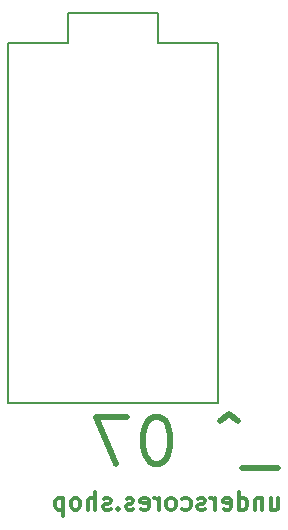
<source format=gbr>
G04 #@! TF.GenerationSoftware,KiCad,Pcbnew,(5.1.4-0-10_14)*
G04 #@! TF.CreationDate,2021-06-29T18:32:42+12:00*
G04 #@! TF.ProjectId,recur_control,72656375-725f-4636-9f6e-74726f6c2e6b,rev?*
G04 #@! TF.SameCoordinates,Original*
G04 #@! TF.FileFunction,Legend,Bot*
G04 #@! TF.FilePolarity,Positive*
%FSLAX46Y46*%
G04 Gerber Fmt 4.6, Leading zero omitted, Abs format (unit mm)*
G04 Created by KiCad (PCBNEW (5.1.4-0-10_14)) date 2021-06-29 18:32:42*
%MOMM*%
%LPD*%
G04 APERTURE LIST*
%ADD10C,0.500000*%
%ADD11C,0.300000*%
%ADD12C,0.150000*%
G04 APERTURE END LIST*
D10*
X202800000Y-86390476D02*
X199752380Y-86390476D01*
X199371428Y-82390476D02*
X198609523Y-81819047D01*
X197847619Y-82390476D01*
X192704761Y-82009523D02*
X192323809Y-82009523D01*
X191942857Y-82200000D01*
X191752380Y-82390476D01*
X191561904Y-82771428D01*
X191371428Y-83533333D01*
X191371428Y-84485714D01*
X191561904Y-85247619D01*
X191752380Y-85628571D01*
X191942857Y-85819047D01*
X192323809Y-86009523D01*
X192704761Y-86009523D01*
X193085714Y-85819047D01*
X193276190Y-85628571D01*
X193466666Y-85247619D01*
X193657142Y-84485714D01*
X193657142Y-83533333D01*
X193466666Y-82771428D01*
X193276190Y-82390476D01*
X193085714Y-82200000D01*
X192704761Y-82009523D01*
X190038095Y-82009523D02*
X187371428Y-82009523D01*
X189085714Y-86009523D01*
D11*
X202185714Y-88878571D02*
X202185714Y-89878571D01*
X202828571Y-88878571D02*
X202828571Y-89664285D01*
X202757142Y-89807142D01*
X202614285Y-89878571D01*
X202400000Y-89878571D01*
X202257142Y-89807142D01*
X202185714Y-89735714D01*
X201471428Y-88878571D02*
X201471428Y-89878571D01*
X201471428Y-89021428D02*
X201400000Y-88950000D01*
X201257142Y-88878571D01*
X201042857Y-88878571D01*
X200900000Y-88950000D01*
X200828571Y-89092857D01*
X200828571Y-89878571D01*
X199471428Y-89878571D02*
X199471428Y-88378571D01*
X199471428Y-89807142D02*
X199614285Y-89878571D01*
X199900000Y-89878571D01*
X200042857Y-89807142D01*
X200114285Y-89735714D01*
X200185714Y-89592857D01*
X200185714Y-89164285D01*
X200114285Y-89021428D01*
X200042857Y-88950000D01*
X199900000Y-88878571D01*
X199614285Y-88878571D01*
X199471428Y-88950000D01*
X198185714Y-89807142D02*
X198328571Y-89878571D01*
X198614285Y-89878571D01*
X198757142Y-89807142D01*
X198828571Y-89664285D01*
X198828571Y-89092857D01*
X198757142Y-88950000D01*
X198614285Y-88878571D01*
X198328571Y-88878571D01*
X198185714Y-88950000D01*
X198114285Y-89092857D01*
X198114285Y-89235714D01*
X198828571Y-89378571D01*
X197471428Y-89878571D02*
X197471428Y-88878571D01*
X197471428Y-89164285D02*
X197400000Y-89021428D01*
X197328571Y-88950000D01*
X197185714Y-88878571D01*
X197042857Y-88878571D01*
X196614285Y-89807142D02*
X196471428Y-89878571D01*
X196185714Y-89878571D01*
X196042857Y-89807142D01*
X195971428Y-89664285D01*
X195971428Y-89592857D01*
X196042857Y-89450000D01*
X196185714Y-89378571D01*
X196400000Y-89378571D01*
X196542857Y-89307142D01*
X196614285Y-89164285D01*
X196614285Y-89092857D01*
X196542857Y-88950000D01*
X196400000Y-88878571D01*
X196185714Y-88878571D01*
X196042857Y-88950000D01*
X194685714Y-89807142D02*
X194828571Y-89878571D01*
X195114285Y-89878571D01*
X195257142Y-89807142D01*
X195328571Y-89735714D01*
X195400000Y-89592857D01*
X195400000Y-89164285D01*
X195328571Y-89021428D01*
X195257142Y-88950000D01*
X195114285Y-88878571D01*
X194828571Y-88878571D01*
X194685714Y-88950000D01*
X193828571Y-89878571D02*
X193971428Y-89807142D01*
X194042857Y-89735714D01*
X194114285Y-89592857D01*
X194114285Y-89164285D01*
X194042857Y-89021428D01*
X193971428Y-88950000D01*
X193828571Y-88878571D01*
X193614285Y-88878571D01*
X193471428Y-88950000D01*
X193400000Y-89021428D01*
X193328571Y-89164285D01*
X193328571Y-89592857D01*
X193400000Y-89735714D01*
X193471428Y-89807142D01*
X193614285Y-89878571D01*
X193828571Y-89878571D01*
X192685714Y-89878571D02*
X192685714Y-88878571D01*
X192685714Y-89164285D02*
X192614285Y-89021428D01*
X192542857Y-88950000D01*
X192400000Y-88878571D01*
X192257142Y-88878571D01*
X191185714Y-89807142D02*
X191328571Y-89878571D01*
X191614285Y-89878571D01*
X191757142Y-89807142D01*
X191828571Y-89664285D01*
X191828571Y-89092857D01*
X191757142Y-88950000D01*
X191614285Y-88878571D01*
X191328571Y-88878571D01*
X191185714Y-88950000D01*
X191114285Y-89092857D01*
X191114285Y-89235714D01*
X191828571Y-89378571D01*
X190542857Y-89807142D02*
X190400000Y-89878571D01*
X190114285Y-89878571D01*
X189971428Y-89807142D01*
X189900000Y-89664285D01*
X189900000Y-89592857D01*
X189971428Y-89450000D01*
X190114285Y-89378571D01*
X190328571Y-89378571D01*
X190471428Y-89307142D01*
X190542857Y-89164285D01*
X190542857Y-89092857D01*
X190471428Y-88950000D01*
X190328571Y-88878571D01*
X190114285Y-88878571D01*
X189971428Y-88950000D01*
X189257142Y-89735714D02*
X189185714Y-89807142D01*
X189257142Y-89878571D01*
X189328571Y-89807142D01*
X189257142Y-89735714D01*
X189257142Y-89878571D01*
X188614285Y-89807142D02*
X188471428Y-89878571D01*
X188185714Y-89878571D01*
X188042857Y-89807142D01*
X187971428Y-89664285D01*
X187971428Y-89592857D01*
X188042857Y-89450000D01*
X188185714Y-89378571D01*
X188400000Y-89378571D01*
X188542857Y-89307142D01*
X188614285Y-89164285D01*
X188614285Y-89092857D01*
X188542857Y-88950000D01*
X188400000Y-88878571D01*
X188185714Y-88878571D01*
X188042857Y-88950000D01*
X187328571Y-89878571D02*
X187328571Y-88378571D01*
X186685714Y-89878571D02*
X186685714Y-89092857D01*
X186757142Y-88950000D01*
X186900000Y-88878571D01*
X187114285Y-88878571D01*
X187257142Y-88950000D01*
X187328571Y-89021428D01*
X185757142Y-89878571D02*
X185900000Y-89807142D01*
X185971428Y-89735714D01*
X186042857Y-89592857D01*
X186042857Y-89164285D01*
X185971428Y-89021428D01*
X185900000Y-88950000D01*
X185757142Y-88878571D01*
X185542857Y-88878571D01*
X185400000Y-88950000D01*
X185328571Y-89021428D01*
X185257142Y-89164285D01*
X185257142Y-89592857D01*
X185328571Y-89735714D01*
X185400000Y-89807142D01*
X185542857Y-89878571D01*
X185757142Y-89878571D01*
X184614285Y-88878571D02*
X184614285Y-90378571D01*
X184614285Y-88950000D02*
X184471428Y-88878571D01*
X184185714Y-88878571D01*
X184042857Y-88950000D01*
X183971428Y-89021428D01*
X183900000Y-89164285D01*
X183900000Y-89592857D01*
X183971428Y-89735714D01*
X184042857Y-89807142D01*
X184185714Y-89878571D01*
X184471428Y-89878571D01*
X184614285Y-89807142D01*
D12*
X197690000Y-50360000D02*
X197690000Y-80840000D01*
X192610000Y-50360000D02*
X197690000Y-50360000D01*
X192610000Y-47820000D02*
X192610000Y-50360000D01*
X184990000Y-47820000D02*
X192610000Y-47820000D01*
X184990000Y-50360000D02*
X184990000Y-47820000D01*
X179910000Y-50360000D02*
X184990000Y-50360000D01*
X179910000Y-80840000D02*
X179910000Y-50360000D01*
X197690000Y-80840000D02*
X179910000Y-80840000D01*
M02*

</source>
